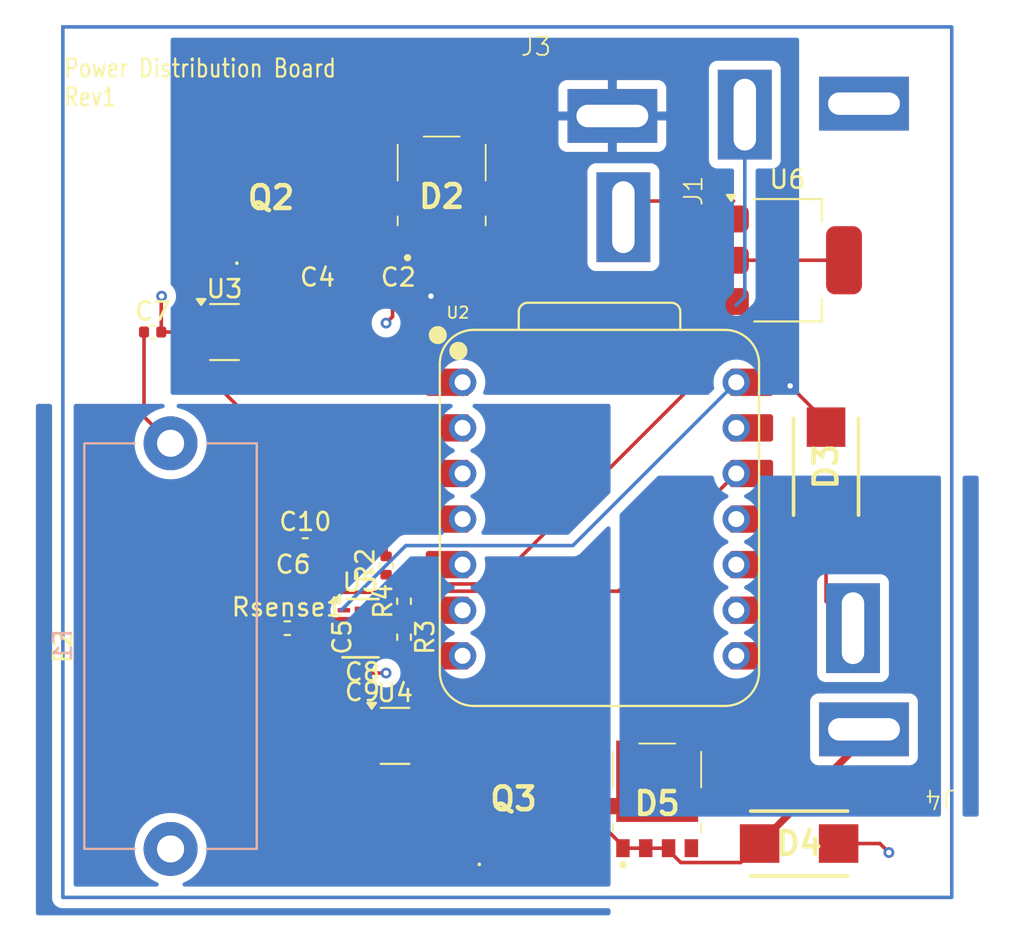
<source format=kicad_pcb>
(kicad_pcb (version 20240108) (generator "pcbnew") (generator_version "8.0")
  (layers (0 "F.Cu" signal) (1 "In1.Cu" signal) (2 "In2.Cu" signal) (31 "B.Cu" signal) (34 "B.Paste" user) (35 "F.Paste" user) (36 "B.SilkS" user "B.Silkscreen") (37 "F.SilkS" user "F.Silkscreen") (38 "B.Mask" user) (39 "F.Mask" user) (44 "Edge.Cuts" user))
  (net 0 "")
  (net 1 "Battery1")
  (net 2 "Net-(Q2-G)")
  (net 3 "Battery2")
  (net 4 "GND")
  (net 9 "Net-(J1-Pin_1)")
  (net 10 "Net-(U5-CFN)")
  (net 14 "Net-(U5-CFP)")
  (net 15 "3V3 ESP32")
  (net 16 "5 LinReg")
  (net 17 "Net-(U5-V_{REG})")
  (net 18 "Net-(U5-SENSEP)")
  (net 19 "Net-(U2-GPIO3{slash}A1{slash}D1)")
  (net 20 "Net-(U5-SENSEN)")
  (net 22 "Net-(U3-EN)")
  (net 23 "Net-(C7-Pad1)")
  (net 24 "Net-(U4-EN)")
  (net 26 "Battery2_Supply")
  (net 27 "Battery1_Supply")
  (net 34 "Net-(Q3-G)")
  (net 36 "SDA")
  (net 37 "SCL")
  (footprint "21xt_footprints:NRVTS10100EMFST1G" (layer "F.Cu") (at 123.19 95.45825)
    (property "Reference" "D2" (at 1.905 -2.509 0) (layer "F.SilkS") (effects (font (size 1.27 1.27) (thickness 0.254))))
    (property "Value" "NRVB10100MFST1G" (hide yes))
    (fp_line (start -0.545 -5.4) (end -0.545 -3.4) (stroke (width 0.1)) (layer "F.SilkS"))
    (fp_line (start -0.545 -1.4) (end -0.545 -0.9) (stroke (width 0.1)) (layer "F.SilkS"))
    (fp_line (start -0.095 0.9) (end -0.095 0.9) (stroke (width 0.2)) (layer "F.SilkS"))
    (fp_line (start 0.105 0.9) (end 0.105 0.9) (stroke (width 0.2)) (layer "F.SilkS"))
    (fp_line (start 0.905 -5.85) (end 2.905 -5.85) (stroke (width 0.1)) (layer "F.SilkS"))
    (fp_line (start 4.355 -5.4) (end 4.355 -3.4) (stroke (width 0.1)) (layer "F.SilkS"))
    (fp_line (start 4.355 -1.4) (end 4.355 -0.9) (stroke (width 0.1)) (layer "F.SilkS"))
    (fp_arc (start -0.095 0.9) (mid 0.005 0.8) (end 0.105 0.9) (stroke (width 0.2)) (layer "F.SilkS"))
    (fp_arc (start 0.105 0.9) (mid 0.005 1) (end -0.095 0.9) (stroke (width 0.2)) (layer "F.SilkS"))
    (pad "1" smd rect (at 0 -0.021) (size 0.75 1) (layers "F.Cu" "F.Paste" "F.Mask") (net 3 "Battery2"))
    (pad "2" smd rect (at 1.27 -0.021) (size 0.75 1) (layers "F.Cu" "F.Paste" "F.Mask") (net 3 "Battery2"))
    (pad "3" smd rect (at 2.54 -0.021) (size 0.75 1) (layers "F.Cu" "F.Paste" "F.Mask") (net 3 "Battery2"))
    (pad "4" smd rect (at 3.81 -0.021) (size 0.75 1) (layers "F.Cu" "F.Paste" "F.Mask"))
    (pad "5" smd rect (at 3.81 -5.779 90) (size 0.475 0.75) (layers "F.Cu" "F.Paste" "F.Mask") (net 26 "Battery2_Supply"))
    (pad "6" smd rect (at 0 -5.779 90) (size 0.475 0.75) (layers "F.Cu" "F.Paste" "F.Mask") (net 26 "Battery2_Supply"))
    (pad "7" smd rect (at 1.905 -4.179 90) (size 2.73 4.56) (layers "F.Cu" "F.Paste" "F.Mask") (net 26 "Battery2_Supply"))
    (pad "8" smd rect (at 1.905 -2.364 90) (size 0.91 5.55) (layers "F.Cu" "F.Paste" "F.Mask") (net 26 "Battery2_Supply"))
    (pad "9" smd rect (at 1.905 -1.699 90) (size 0.43 4.56) (layers "F.Cu" "F.Paste" "F.Mask") (net 26 "Battery2_Supply"))
  )
  (footprint "Package_TO_SOT_SMD:SOT-23-6" (layer "F.Cu") (at 122.5 123)
    (property "Reference" "U4" (at 0 -2.4 0) (layer "F.SilkS"))
    (property "Value" "LM74700")
    (fp_line (start 0 -1.56) (end -0.8 -1.56) (stroke (width 0.12)) (layer "F.SilkS"))
    (fp_line (start 0 -1.56) (end 0.8 -1.56) (stroke (width 0.12)) (layer "F.SilkS"))
    (fp_line (start 0 1.56) (end -0.8 1.56) (stroke (width 0.12)) (layer "F.SilkS"))
    (fp_line (start 0 1.56) (end 0.8 1.56) (stroke (width 0.12)) (layer "F.SilkS"))
    (fp_poly (pts (xy -1.3 -1.51) (xy -1.54 -1.84) (xy -1.06 -1.84) (xy -1.3 -1.51)) (stroke (width 0.12)) (fill solid) (layer "F.SilkS"))
    (pad "1" smd roundrect (at -1.1375 -0.95) (size 1.325 0.6) (layers "F.Cu" "F.Paste" "F.Mask") (net 24 "Net-(U4-EN)"))
    (pad "2" smd roundrect (at -1.1375 0) (size 1.325 0.6) (layers "F.Cu" "F.Paste" "F.Mask") (net 4 "GND"))
    (pad "3" smd roundrect (at -1.1375 0.95) (size 1.325 0.6) (layers "F.Cu" "F.Paste" "F.Mask") (net 24 "Net-(U4-EN)"))
    (pad "4" smd roundrect (at 1.1375 0.95) (size 1.325 0.6) (layers "F.Cu" "F.Paste" "F.Mask") (net 27 "Battery1_Supply"))
    (pad "5" smd roundrect (at 1.1375 0) (size 1.325 0.6) (layers "F.Cu" "F.Paste" "F.Mask") (net 34 "Net-(Q3-G)"))
    (pad "6" smd roundrect (at 1.1375 -0.95) (size 1.325 0.6) (layers "F.Cu" "F.Paste" "F.Mask") (net 1 "Battery1"))
  )
  (footprint "Package_TO_SOT_SMD:SOT-23-6" (layer "F.Cu") (at 113 100.5)
    (property "Reference" "U3" (at 0 -2.4 0) (layer "F.SilkS"))
    (property "Value" "LM74700")
    (fp_line (start 0 -1.56) (end -0.8 -1.56) (stroke (width 0.12)) (layer "F.SilkS"))
    (fp_line (start 0 -1.56) (end 0.8 -1.56) (stroke (width 0.12)) (layer "F.SilkS"))
    (fp_line (start 0 1.56) (end -0.8 1.56) (stroke (width 0.12)) (layer "F.SilkS"))
    (fp_line (start 0 1.56) (end 0.8 1.56) (stroke (width 0.12)) (layer "F.SilkS"))
    (fp_poly (pts (xy -1.3 -1.51) (xy -1.54 -1.84) (xy -1.06 -1.84) (xy -1.3 -1.51)) (stroke (width 0.12)) (fill solid) (layer "F.SilkS"))
    (pad "1" smd roundrect (at -1.1375 -0.95) (size 1.325 0.6) (layers "F.Cu" "F.Paste" "F.Mask") (net 22 "Net-(U3-EN)"))
    (pad "2" smd roundrect (at -1.1375 0) (size 1.325 0.6) (layers "F.Cu" "F.Paste" "F.Mask") (net 4 "GND"))
    (pad "3" smd roundrect (at -1.1375 0.95) (size 1.325 0.6) (layers "F.Cu" "F.Paste" "F.Mask") (net 22 "Net-(U3-EN)"))
    (pad "4" smd roundrect (at 1.1375 0.95) (size 1.325 0.6) (layers "F.Cu" "F.Paste" "F.Mask") (net 26 "Battery2_Supply"))
    (pad "5" smd roundrect (at 1.1375 0) (size 1.325 0.6) (layers "F.Cu" "F.Paste" "F.Mask") (net 2 "Net-(Q2-G)"))
    (pad "6" smd roundrect (at 1.1375 -0.95) (size 1.325 0.6) (layers "F.Cu" "F.Paste" "F.Mask") (net 3 "Battery2"))
  )
  (footprint "Capacitor_SMD:C_0201_0603Metric" (layer "F.Cu") (at 122.68 98.5)
    (property "Reference" "C2" (at 0 -1.05 0) (layer "F.SilkS"))
    (property "Value" "10 uF")
    (pad "1" smd roundrect (at -0.32 0) (size 0.46 0.4) (layers "F.Cu" "F.Mask") (net 4 "GND"))
    (pad "2" smd roundrect (at 0.32 0) (size 0.46 0.4) (layers "F.Cu" "F.Mask") (net 3 "Battery2"))
  )
  (footprint "Capacitor_SMD:C_0201_0603Metric" (layer "F.Cu") (at 120.68 120.5)
    (property "Reference" "C8" (at 0 -1.05 0) (layer "F.SilkS"))
    (property "Value" "10 uF")
    (pad "1" smd roundrect (at -0.32 0) (size 0.46 0.4) (layers "F.Cu" "F.Mask") (net 24 "Net-(U4-EN)"))
    (pad "2" smd roundrect (at 0.32 0) (size 0.46 0.4) (layers "F.Cu" "F.Mask") (net 1 "Battery1"))
  )
  (footprint "Resistor_SMD:R_0402_1005Metric" (layer "F.Cu") (at 116.5 117)
    (property "Reference" "Rsense1" (at 0 -1.17 0) (layer "F.SilkS"))
    (property "Value" "50 mOhms")
    (fp_line (start -0.153641 -0.38) (end 0.153641 -0.38) (stroke (width 0.12)) (layer "F.SilkS"))
    (fp_line (start -0.153641 0.38) (end 0.153641 0.38) (stroke (width 0.12)) (layer "F.SilkS"))
    (pad "1" smd roundrect (at -0.51 0) (size 0.54 0.64) (layers "F.Cu" "F.Paste" "F.Mask") (net 9 "Net-(J1-Pin_1)"))
    (pad "2" smd roundrect (at 0.51 0) (size 0.54 0.64) (layers "F.Cu" "F.Paste" "F.Mask") (net 18 "Net-(U5-SENSEP)"))
  )
  (footprint "Capacitor_SMD:C_0201_0603Metric" (layer "F.Cu") (at 118.18 98.5)
    (property "Reference" "C4" (at 0 -1.05 0) (layer "F.SilkS"))
    (property "Value" "10 uF")
    (pad "1" smd roundrect (at -0.32 0) (size 0.46 0.4) (layers "F.Cu" "F.Mask") (net 22 "Net-(U3-EN)"))
    (pad "2" smd roundrect (at 0.32 0) (size 0.46 0.4) (layers "F.Cu" "F.Mask") (net 3 "Battery2"))
  )
  (footprint "Capacitor_SMD:C_0402_1005Metric" (layer "F.Cu") (at 109 100.5)
    (property "Reference" "C7" (at 0 -1.16 0) (layer "F.SilkS"))
    (property "Value" "10uF")
    (fp_line (start -0.107836 -0.36) (end 0.107836 -0.36) (stroke (width 0.12)) (layer "F.SilkS"))
    (fp_line (start -0.107836 0.36) (end 0.107836 0.36) (stroke (width 0.12)) (layer "F.SilkS"))
    (pad "1" smd roundrect (at -0.48 0) (size 0.56 0.62) (layers "F.Cu" "F.Paste" "F.Mask") (net 23 "Net-(C7-Pad1)"))
    (pad "2" smd roundrect (at 0.48 0) (size 0.56 0.62) (layers "F.Cu" "F.Paste" "F.Mask") (net 4 "GND"))
  )
  (footprint "21xt_footprints:Deans Connector Male" (layer "F.Cu") (at 130.35 85.1)
    (property "Reference" "J3" (at 0 -0.5 0) (layer "F.SilkS") (effects (font (thickness 0.1))))
    (property "Value" "Conn_01x02")
    (pad "1" thru_hole rect (at 4.25 3.3625 180) (size 5 3) (drill oval 4 1.25) (layers "*.Cu" "*.Mask") (net 3 "Battery2"))
    (pad "2" thru_hole rect (at 4.8625 9 270) (size 5 3) (drill oval 4 1.25) (layers "*.Cu" "*.Mask") (net 4 "GND"))
  )
  (footprint "21xt_footprints:Deans Connector Male" (layer "F.Cu") (at 152.8625 126 180)
    (property "Reference" "J4" (at 0 -0.5 180) (layer "F.SilkS") (effects (font (thickness 0.1))))
    (property "Value" "Conn_01x02")
    (pad "1" thru_hole rect (at 4.25 3.3625) (size 5 3) (drill oval 4 1.25) (layers "*.Cu" "*.Mask") (net 1 "Battery1"))
    (pad "2" thru_hole rect (at 4.8625 9 90) (size 5 3) (drill oval 4 1.25) (layers "*.Cu" "*.Mask") (net 4 "GND"))
  )
  (footprint "21xt_footprints:NRVTS10100EMFST1G" (layer "F.Cu") (at 135.19 129.279)
    (property "Reference" "D5" (at 1.905 -2.509 0) (layer "F.SilkS") (effects (font (size 1.27 1.27) (thickness 0.254))))
    (property "Value" "NRVB10100MFST1G" (hide yes))
    (fp_line (start -0.545 -5.4) (end -0.545 -3.4) (stroke (width 0.1)) (layer "F.SilkS"))
    (fp_line (start -0.545 -1.4) (end -0.545 -0.9) (stroke (width 0.1)) (layer "F.SilkS"))
    (fp_line (start -0.095 0.9) (end -0.095 0.9) (stroke (width 0.2)) (layer "F.SilkS"))
    (fp_line (start 0.105 0.9) (end 0.105 0.9) (stroke (width 0.2)) (layer "F.SilkS"))
    (fp_line (start 0.905 -5.85) (end 2.905 -5.85) (stroke (width 0.1)) (layer "F.SilkS"))
    (fp_line (start 4.355 -5.4) (end 4.355 -3.4) (stroke (width 0.1)) (layer "F.SilkS"))
    (fp_line (start 4.355 -1.4) (end 4.355 -0.9) (stroke (width 0.1)) (layer "F.SilkS"))
    (fp_arc (start -0.095 0.9) (mid 0.005 0.8) (end 0.105 0.9) (stroke (width 0.2)) (layer "F.SilkS"))
    (fp_arc (start 0.105 0.9) (mid 0.005 1) (end -0.095 0.9) (stroke (width 0.2)) (layer "F.SilkS"))
    (pad "1" smd rect (at 0 -0.021) (size 0.75 1) (layers "F.Cu" "F.Paste" "F.Mask") (net 1 "Battery1"))
    (pad "2" smd rect (at 1.27 -0.021) (size 0.75 1) (layers "F.Cu" "F.Paste" "F.Mask") (net 1 "Battery1"))
    (pad "3" smd rect (at 2.54 -0.021) (size 0.75 1) (layers "F.Cu" "F.Paste" "F.Mask") (net 1 "Battery1"))
    (pad "4" smd rect (at 3.81 -0.021) (size 0.75 1) (layers "F.Cu" "F.Paste" "F.Mask"))
    (pad "5" smd rect (at 3.81 -5.779 90) (size 0.475 0.75) (layers "F.Cu" "F.Paste" "F.Mask") (net 27 "Battery1_Supply"))
    (pad "6" smd rect (at 0 -5.779 90) (size 0.475 0.75) (layers "F.Cu" "F.Paste" "F.Mask") (net 27 "Battery1_Supply"))
    (pad "7" smd rect (at 1.905 -4.179 90) (size 2.73 4.56) (layers "F.Cu" "F.Paste" "F.Mask") (net 27 "Battery1_Supply"))
    (pad "8" smd rect (at 1.905 -2.364 90) (size 0.91 5.55) (layers "F.Cu" "F.Paste" "F.Mask") (net 27 "Battery1_Supply"))
    (pad "9" smd rect (at 1.905 -1.699 90) (size 0.43 4.56) (layers "F.Cu" "F.Paste" "F.Mask") (net 27 "Battery1_Supply"))
  )
  (footprint "Package_TO_SOT_SMD:SOT-223-3_TabPin2" (layer "F.Cu") (at 144.35 96.5)
    (property "Reference" "U6" (at 0 -4.5 0) (layer "F.SilkS"))
    (property "Value" "TLV76150DCY")
    (fp_line (start -1.85 -3.41) (end 1.91 -3.41) (stroke (width 0.12)) (layer "F.SilkS"))
    (fp_line (start -1.85 3.41) (end 1.91 3.41) (stroke (width 0.12)) (layer "F.SilkS"))
    (fp_line (start 1.91 -3.41) (end 1.91 -2.15) (stroke (width 0.12)) (layer "F.SilkS"))
    (fp_line (start 1.91 3.41) (end 1.91 2.15) (stroke (width 0.12)) (layer "F.SilkS"))
    (fp_poly (pts (xy -3.13 -3.31) (xy -3.37 -3.64) (xy -2.89 -3.64) (xy -3.13 -3.31)) (stroke (width 0.12)) (fill solid) (layer "F.SilkS"))
    (pad "1" smd roundrect (at -3.15 -2.3) (size 2 1.5) (layers "F.Cu" "F.Paste" "F.Mask") (net 4 "GND"))
    (pad "2" smd roundrect (at -3.15 0) (size 2 1.5) (layers "F.Cu" "F.Paste" "F.Mask") (net 16 "5 LinReg"))
    (pad "2" smd roundrect (at 3.15 0) (size 2 3.8) (layers "F.Cu" "F.Paste" "F.Mask") (net 16 "5 LinReg"))
    (pad "3" smd roundrect (at -3.15 2.3) (size 2 1.5) (layers "F.Cu" "F.Paste" "F.Mask") (net 9 "Net-(J1-Pin_1)"))
  )
  (footprint "Resistor_SMD:R_0402_1005Metric" (layer "F.Cu") (at 123 117.5 -90)
    (property "Reference" "R3" (at 0 -1.17 90) (layer "F.SilkS"))
    (property "Value" "2k")
    (fp_line (start -0.153641 0.38) (end 0.153641 0.38) (stroke (width 0.12)) (layer "F.SilkS"))
    (fp_line (start -0.153641 -0.38) (end 0.153641 -0.38) (stroke (width 0.12)) (layer "F.SilkS"))
    (pad "1" smd roundrect (at -0.51 0 270) (size 0.54 0.64) (layers "F.Cu" "F.Paste" "F.Mask") (net 15 "3V3 ESP32"))
    (pad "2" smd roundrect (at 0.51 0 270) (size 0.54 0.64) (layers "F.Cu" "F.Paste" "F.Mask") (net 36 "SDA"))
  )
  (footprint "21xt_footprints:Deans Connector Female" (layer "F.Cu") (at 139.6125 92.6375 90)
    (property "Reference" "J1" (at 0 -0.5 90) (layer "F.SilkS") (effects (font (thickness 0.1))))
    (property "Value" "Conn_01x02")
    (pad "1" thru_hole rect (at 4.25 2.3625 90) (size 5 3) (drill oval 4 1.25) (layers "*.Cu" "*.Mask") (net 9 "Net-(J1-Pin_1)"))
    (pad "2" thru_hole rect (at 4.8625 9 180) (size 5 3) (drill oval 4 1.25) (layers "*.Cu" "*.Mask") (net 4 "GND"))
  )
  (footprint "Package_DFN_QFN:DFN-10-1EP_2x3mm_P0.5mm_EP0.64x2.4mm" (layer "F.Cu") (at 120.575 117)
    (property "Reference" "U5" (at 0 -2.55 0) (layer "F.SilkS"))
    (property "Value" "LTC2959")
    (fp_line (start -1 1.625) (end 1 1.625) (stroke (width 0.15)) (layer "F.SilkS"))
    (fp_line (start -0.77 -1.625) (end 1 -1.625) (stroke (width 0.15)) (layer "F.SilkS"))
    (fp_poly (pts (xy -1.16 -1.39) (xy -1.64 -1.39) (xy -1.16 -1.87) (xy -1.16 -1.39)) (stroke (width 0.12)) (fill solid) (layer "F.SilkS"))
    (pad "1" smd roundrect (at -0.925 -1) (size 0.7 0.25) (layers "F.Cu" "F.Paste" "F.Mask") (net 16 "5 LinReg"))
    (pad "2" smd roundrect (at -0.925 -0.5) (size 0.7 0.25) (layers "F.Cu" "F.Paste" "F.Mask") (net 18 "Net-(U5-SENSEP)"))
    (pad "3" smd roundrect (at -0.925 0) (size 0.7 0.25) (layers "F.Cu" "F.Paste" "F.Mask") (net 14 "Net-(U5-CFP)"))
    (pad "4" smd roundrect (at -0.925 0.5) (size 0.7 0.25) (layers "F.Cu" "F.Paste" "F.Mask") (net 10 "Net-(U5-CFN)"))
    (pad "5" smd roundrect (at -0.925 1) (size 0.7 0.25) (layers "F.Cu" "F.Paste" "F.Mask") (net 20 "Net-(U5-SENSEN)"))
    (pad "6" smd roundrect (at 0.925 1) (size 0.7 0.25) (layers "F.Cu" "F.Paste" "F.Mask") (net 37 "SCL"))
    (pad "7" smd roundrect (at 0.925 0.5) (size 0.7 0.25) (layers "F.Cu" "F.Paste" "F.Mask") (net 36 "SDA"))
    (pad "8" smd roundrect (at 0.925 0) (size 0.7 0.25) (layers "F.Cu" "F.Paste" "F.Mask") (net 15 "3V3 ESP32"))
    (pad "9" smd roundrect (at 0.925 -0.5) (size 0.7 0.25) (layers "F.Cu" "F.Paste" "F.Mask") (net 17 "Net-(U5-V_{REG})"))
    (pad "10" smd roundrect (at 0.925 -1) (size 0.7 0.25) (layers "F.Cu" "F.Paste" "F.Mask") (net 4 "GND"))
    (pad "11" smd rect (at 0 0) (size 0.64 2.4) (layers "F.Cu" "F.Mask"))
  )
  (footprint "21xt_footprints:NTMFWS1D5N08XT1G" (layer "F.Cu") (at 129.095 126.51)
    (property "Reference" "Q3" (at 0 0.001 0) (layer "F.SilkS") (effects (font (size 1.27 1.27) (thickness 0.254))))
    (property "Value" "NVMFWS2D1N08XT1G" (hide yes))
    (fp_line (start -1.905 3.6) (end -1.905 3.6) (stroke (width 0.1)) (layer "F.SilkS"))
    (fp_line (start -1.905 3.7) (end -1.905 3.7) (stroke (width 0.1)) (layer "F.SilkS"))
    (fp_arc (start -1.905 3.6) (mid -1.855 3.65) (end -1.905 3.7) (stroke (width 0.1)) (layer "F.SilkS"))
    (fp_arc (start -1.905 3.7) (mid -1.955 3.65) (end -1.905 3.6) (stroke (width 0.1)) (layer "F.SilkS"))
    (pad "1" smd rect (at -1.905 2.748) (size 0.75 1) (layers "F.Cu" "F.Paste" "F.Mask"))
    (pad "2" smd rect (at -0.635 2.748) (size 0.75 1) (layers "F.Cu" "F.Paste" "F.Mask"))
    (pad "3" smd rect (at 0.635 2.748) (size 0.75 1) (layers "F.Cu" "F.Paste" "F.Mask"))
    (pad "4" smd rect (at 1.905 2.748) (size 0.75 1) (layers "F.Cu" "F.Paste" "F.Mask") (net 34 "Net-(Q3-G)"))
    (pad "5" smd rect (at 0 -0.745 90) (size 4.055 4.56) (layers "F.Cu" "F.Paste" "F.Mask") (net 27 "Battery1_Supply"))
    (pad "6" smd rect (at -1.905 -3.01 90) (size 0.475 0.75) (layers "F.Cu" "F.Paste" "F.Mask") (net 27 "Battery1_Supply"))
    (pad "7" smd rect (at -2.527 0.405) (size 0.495 0.905) (layers "F.Cu" "F.Paste" "F.Mask") (net 27 "Battery1_Supply"))
    (pad "8" smd rect (at 2.527 0.405) (size 0.495 0.905) (layers "F.Cu" "F.Paste" "F.Mask") (net 27 "Battery1_Supply"))
    (pad "9" smd rect (at 1.905 -3.01 90) (size 0.475 0.75) (layers "F.Cu" "F.Paste" "F.Mask") (net 27 "Battery1_Supply"))
  )
  (footprint "21xt_footprints:SMBJ33CA" (layer "F.Cu") (at 146.5 108 90)
    (property "Reference" "D3" (at 0 0 90) (layer "F.SilkS") (effects (font (size 1.27 1.27) (thickness 0.254))))
    (property "Value" "SMBJ33CA" (hide yes))
    (fp_line (start 2.7 -1.81) (end -2.7 -1.81) (stroke (width 0.2)) (layer "F.SilkS"))
    (fp_line (start -2.7 1.81) (end 2.7 1.81) (stroke (width 0.2)) (layer "F.SilkS"))
    (pad "1" smd rect (at -2.2 0 180) (size 2.15 2.2) (layers "F.Cu" "F.Paste" "F.Mask") (net 4 "GND"))
    (pad "2" smd rect (at 2.2 0 180) (size 2.15 2.2) (layers "F.Cu" "F.Paste" "F.Mask") (net 3 "Battery2"))
  )
  (footprint "Capacitor_SMD:C_0201_0603Metric" (layer "F.Cu") (at 120.68 119.5 180)
    (property "Reference" "C9" (at 0 -1.05 360) (layer "F.SilkS"))
    (property "Value" "10 uF")
    (pad "1" smd roundrect (at -0.32 0 180) (size 0.46 0.4) (layers "F.Cu" "F.Mask") (net 4 "GND"))
    (pad "2" smd roundrect (at 0.32 0 180) (size 0.46 0.4) (layers "F.Cu" "F.Mask") (net 1 "Battery1"))
  )
  (footprint "21xt_footprints:NTMFWS1D5N08XT1G" (layer "F.Cu") (at 115.595 93.01)
    (property "Reference" "Q2" (at 0 0.001 0) (layer "F.SilkS") (effects (font (size 1.27 1.27) (thickness 0.254))))
    (property "Value" "NVMFWS2D1N08XT1G" (hide yes))
    (fp_line (start -1.905 3.6) (end -1.905 3.6) (stroke (width 0.1)) (layer "F.SilkS"))
    (fp_line (start -1.905 3.7) (end -1.905 3.7) (stroke (width 0.1)) (layer "F.SilkS"))
    (fp_arc (start -1.905 3.6) (mid -1.855 3.65) (end -1.905 3.7) (stroke (width 0.1)) (layer "F.SilkS"))
    (fp_arc (start -1.905 3.7) (mid -1.955 3.65) (end -1.905 3.6) (stroke (width 0.1)) (layer "F.SilkS"))
    (pad "1" smd rect (at -1.905 2.748) (size 0.75 1) (layers "F.Cu" "F.Paste" "F.Mask"))
    (pad "2" smd rect (at -0.635 2.748) (size 0.75 1) (layers "F.Cu" "F.Paste" "F.Mask"))
    (pad "3" smd rect (at 0.635 2.748) (size 0.75 1) (layers "F.Cu" "F.Paste" "F.Mask"))
    (pad "4" smd rect (at 1.905 2.748) (size 0.75 1) (layers "F.Cu" "F.Paste" "F.Mask") (net 2 "Net-(Q2-G)"))
    (pad "5" smd rect (at 0 -0.745 90) (size 4.055 4.56) (layers "F.Cu" "F.Paste" "F.Mask") (net 26 "Battery2_Supply"))
    (pad "6" smd rect (at -1.905 -3.01 90) (size 0.475 0.75) (layers "F.Cu" "F.Paste" "F.Mask") (net 26 "Battery2_Supply"))
    (pad "7" smd rect (at -2.527 0.405) (size 0.495 0.905) (layers "F.Cu" "F.Paste" "F.Mask") (net 26 "Battery2_Supply"))
    (pad "8" smd rect (at 2.527 0.405) (size 0.495 0.905) (layers "F.Cu" "F.Paste" "F.Mask") (net 26 "Battery2_Supply"))
    (pad "9" smd rect (at 1.905 -3.01 90) (size 0.475 0.75) (layers "F.Cu" "F.Paste" "F.Mask") (net 26 "Battery2_Supply"))
  )
  (footprint "Resistor_SMD:R_0402_1005Metric" (layer "F.Cu") (at 122 113.51 90)
    (property "Reference" "R2" (at 0 -1.17 90) (layer "F.SilkS"))
    (property "Value" "2k")
    (fp_line (start -0.153641 -0.38) (end 0.153641 -0.38) (stroke (width 0.12)) (layer "F.SilkS"))
    (fp_line (start -0.153641 0.38) (end 0.153641 0.38) (stroke (width 0.12)) (layer "F.SilkS"))
    (pad "1" smd roundrect (at -0.51 0 90) (size 0.54 0.64) (layers "F.Cu" "F.Paste" "F.Mask") (net 15 "3V3 ESP32"))
    (pad "2" smd roundrect (at 0.51 0 90) (size 0.54 0.64) (layers "F.Cu" "F.Paste" "F.Mask") (net 19 "Net-(U2-GPIO3{slash}A1{slash}D1)"))
  )
  (footprint "Resistor_SMD:R_0402_1005Metric" (layer "F.Cu") (at 123 115.5 90)
    (property "Reference" "R4" (at 0 -1.17 90) (layer "F.SilkS"))
    (property "Value" "2k")
    (fp_line (start -0.153641 -0.38) (end 0.153641 -0.38) (stroke (width 0.12)) (layer "F.SilkS"))
    (fp_line (start -0.153641 0.38) (end 0.153641 0.38) (stroke (width 0.12)) (layer "F.SilkS"))
    (pad "1" smd roundrect (at -0.51 0 90) (size 0.54 0.64) (layers "F.Cu" "F.Paste" "F.Mask") (net 15 "3V3 ESP32"))
    (pad "2" smd roundrect (at 0.51 0 90) (size 0.54 0.64) (layers "F.Cu" "F.Paste" "F.Mask") (net 37 "SCL"))
  )
  (footprint "ESP32C:XIAO-ESP32C3-DIP" (layer "F.Cu") (at 134 110.92)
    (property "Reference" "U2" (at -8 -11.5 0) (layer "F.SilkS") (effects (font (size 0.635 0.635) (thickness 0.1016))))
    (property "Value" "XIAO-ESP32-C3-DIP")
    (fp_line (start -9.01 8.509) (end -9.01 -8.636) (stroke (width 0.127)) (layer "F.SilkS"))
    (fp_line (start -7.105 10.414) (end 6.865 10.414) (stroke (width 0.127)) (layer "F.SilkS"))
    (fp_line (start -4.615 -10.541) (end -4.611272 -11.551272) (stroke (width 0.127)) (layer "F.SilkS"))
    (fp_line (start -4.111272 -12.051) (end 3.884 -12.051) (stroke (width 0.127)) (layer "F.SilkS"))
    (fp_line (start 4.384 -11.551) (end 4.384 -10.541) (stroke (width 0.127)) (layer "F.SilkS"))
    (fp_line (start 6.865 -10.541) (end -7.105 -10.541) (stroke (width 0.1)) (layer "F.SilkS"))
    (fp_line (start 6.865 -10.541) (end -7.105 -10.541) (stroke (width 0.127)) (layer "F.SilkS"))
    (fp_line (start 8.77 8.509) (end 8.77 -8.636) (stroke (width 0.127)) (layer "F.SilkS"))
    (fp_arc (start -9.01 -8.636) (mid -8.452038 -9.983038) (end -7.105 -10.541) (stroke (width 0.127)) (layer "F.SilkS"))
    (fp_arc (start -7.105 10.414) (mid -8.452038 9.856038) (end -9.01 8.509) (stroke (width 0.127)) (layer "F.SilkS"))
    (fp_arc (start -4.611272 -11.551272) (mid -4.464724 -11.904644) (end -4.111272 -12.051) (stroke (width 0.127)) (layer "F.SilkS"))
    (fp_arc (start 3.884 -12.051) (mid 4.237553 -11.904553) (end 4.384 -11.551) (stroke (width 0.127)) (layer "F.SilkS"))
    (fp_arc (start 6.865 -10.541) (mid 8.212038 -9.983038) (end 8.77 -8.636) (stroke (width 0.127)) (layer "F.SilkS"))
    (fp_arc (start 8.77 8.509) (mid 8.212038 9.856038) (end 6.865 10.414) (stroke (width 0.127)) (layer "F.SilkS"))
    (fp_circle (center -9.12 -10.25) (end -9.12 -10.504) (stroke (width 0.5)) (fill solid) (layer "F.SilkS"))
    (fp_circle (center -7.977 -9.37) (end -7.977 -9.624) (stroke (width 0.5)) (fill solid) (layer "F.SilkS"))
    (pad "1" smd roundrect (at -8.575 -7.62 180) (size 2.432 1.524) (layers "F.Cu" "F.Mask") (roundrect_rratio 0.1))
    (pad "1" thru_hole circle (at -7.74 -7.62 180) (size 1.524 1.524) (drill 0.889) (layers "*.Cu" "*.Mask"))
    (pad "2" smd roundrect (at -8.575 -5.08 180) (size 2.432 1.524) (layers "F.Cu" "F.Mask") (roundrect_rratio 0.1) (net 19 "Net-(U2-GPIO3{slash}A1{slash}D1)"))
    (pad "2" thru_hole circle (at -7.74 -5.08 180) (size 1.524 1.524) (drill 0.889) (layers "*.Cu" "*.Mask") (net 19 "Net-(U2-GPIO3{slash}A1{slash}D1)"))
    (pad "3" smd roundrect (at -8.575 -2.54 180) (size 2.432 1.524) (layers "F.Cu" "F.Mask") (roundrect_rratio 0.1))
    (pad "3" thru_hole circle (at -7.74 -2.54 180) (size 1.524 1.524) (drill 0.889) (layers "*.Cu" "*.Mask"))
    (pad "4" smd roundrect (at -8.575 0 180) (size 2.432 1.524) (layers "F.Cu" "F.Mask") (roundrect_rratio 0.1))
    (pad "4" thru_hole circle (at -7.74 0 180) (size 1.524 1.524) (drill 0.889) (layers "*.Cu" "*.Mask"))
    (pad "5" smd roundrect (at -8.575 2.54 180) (size 2.432 1.524) (layers "F.Cu" "F.Mask") (roundrect_rratio 0.1) (net 36 "SDA"))
    (pad "5" thru_hole circle (at -7.74 2.54 180) (size 1.524 1.524) (drill 0.889) (layers "*.Cu" "*.Mask") (net 36 "SDA"))
    (pad "6" smd roundrect (at -8.575 5.08 180) (size 2.432 1.524) (layers "F.Cu" "F.Mask") (roundrect_rratio 0.1) (net 37 "SCL"))
    (pad "6" thru_hole circle (at -7.74 5.08 180) (size 1.524 1.524) (drill 0.889) (layers "*.Cu" "*.Mask") (net 37 "SCL"))
    (pad "7" smd roundrect (at -8.575 7.62 180) (size 2.432 1.524) (layers "F.Cu" "F.Mask") (roundrect_rratio 0.1))
    (pad "7" thru_hole circle (at -7.74 7.62 180) (size 1.524 1.524) (drill 0.889) (layers "*.Cu" "*.Mask"))
    (pad "8" thru_hole circle (at 7.5 7.62) (size 1.524 1.524) (drill 0.889) (layers "*.Cu" "*.Mask"))
    (pad "8" smd roundrect (at 8.335 7.62) (size 2.432 1.524) (layers "F.Cu" "F.Mask") (roundrect_rratio 0.1))
    (pad "9" thru_hole circle (at 7.5 5.08) (size 1.524 1.524) (drill 0.889) (layers "*.Cu" "*.Mask"))
    (pad "9" smd roundrect (at 8.335 5.08) (size 2.432 1.524) (layers "F.Cu" "F.Mask") (roundrect_rratio 0.1))
    (pad "10" thru_hole circle (at 7.5 2.54) (size 1.524 1.524) (drill 0.889) (layers "*.Cu" "*.Mask"))
    (pad "10" smd roundrect (at 8.335 2.54) (size 2.432 1.524) (layers "F.Cu" "F.Mask") (roundrect_rratio 0.1))
    (pad "11" thru_hole circle (at 7.5 0) (size 1.524 1.524) (drill 0.889) (layers "*.Cu" "*.Mask"))
    (pad "11" smd roundrect (at 8.335 0) (size 2.432 1.524) (layers "F.Cu" "F.Mask") (roundrect_rratio 0.1))
    (pad "12" thru_hole circle (at 7.5 -2.54) (size 1.524 1.524) (drill 0.889) (layers "*.Cu" "*.Mask") (net 15 "3V3 ESP32"))
    (pad "12" smd roundrect (at 8.335 -2.54) (size 2.432 1.524) (layers "F.Cu" "F.Mask") (roundrect_rratio 0.1) (net 15 "3V3 ESP32"))
    (pad "13" thru_hole circle (at 7.5 -5.08) (size 1.524 1.524) (drill 0.889) (layers "*.Cu" "*.Mask") (net 4 "GND"))
    (pad "13" smd roundrect (at 8.335 -5.08) (size 2.432 1.524) (layers "F.Cu" "F.Mask") (roundrect_rratio 0.1) (net 4 "GND"))
    (pad "14" thru_hole circle (at 7.5 -7.62) (size 1.524 1.524) (drill 0.889) (layers "*.Cu" "*.Mask") (net 16 "5 LinReg"))
    (pad "14" smd roundrect (at 8.335 -7.62) (size 2.432 1.524) (layers "F.Cu" "F.Mask") (roundrect_rratio 0.1) (net 16 "5 LinReg"))
  )
  (footprint "Capacitor_SMD:C_0201_0603Metric" (layer "F.Cu") (at 116.82 114.5)
    (property "Reference" "C6" (at 0 -1.05 0) (layer "F.SilkS"))
    (property "Value" "1 uF")
    (pad "1" smd roundrect (at -0.32 0) (size 0.46 0.4) (layers "F.Cu" "F.Mask") (net 17 "Net-(U5-V_{REG})"))
    (pad "2" smd roundrect (at 0.32 0) (size 0.46 0.4) (layers "F.Cu" "F.Mask") (net 4 "GND"))
  )
  (footprint "21xt_footprints:SMBJ33CA" (layer "F.Cu") (at 145 129 180)
    (property "Reference" "D4" (at 0 0 360) (layer "F.SilkS") (effects (font (size 1.27 1.27) (thickness 0.254))))
    (property "Value" "SMBJ33CA" (hide yes))
    (fp_line (start 2.7 -1.81) (end -2.7 -1.81) (stroke (width 0.2)) (layer "F.SilkS"))
    (fp_line (start -2.7 1.81) (end 2.7 1.81) (stroke (width 0.2)) (layer "F.SilkS"))
    (pad "1" smd rect (at -2.2 0 270) (size 2.15 2.2) (layers "F.Cu" "F.Paste" "F.Mask") (net 4 "GND"))
    (pad "2" smd rect (at 2.2 0 270) (size 2.15 2.2) (layers "F.Cu" "F.Paste" "F.Mask") (net 1 "Battery1"))
  )
  (footprint "Capacitor_SMD:C_0201_0603Metric" (layer "F.Cu") (at 118.5 117.5 -90)
    (property "Reference" "C5" (at 0 -1.05 90) (layer "F.SilkS"))
    (property "Value" "470 nF")
    (pad "1" smd roundrect (at -0.32 0 270) (size 0.46 0.4) (layers "F.Cu" "F.Mask") (net 14 "Net-(U5-CFP)"))
    (pad "2" smd roundrect (at 0.32 0 270) (size 0.46 0.4) (layers "F.Cu" "F.Mask") (net 10 "Net-(U5-CFN)"))
  )
  (footprint "Capacitor_SMD:C_0603_1608Metric" (layer "F.Cu") (at 117.5 112.5)
    (property "Reference" "C10" (at 0 -1.43 0) (layer "F.SilkS"))
    (property "Value" "100uF")
    (fp_line (start -0.14058 -0.51) (end 0.14058 -0.51) (stroke (width 0.12)) (layer "F.SilkS"))
    (fp_line (start -0.14058 0.51) (end 0.14058 0.51) (stroke (width 0.12)) (layer "F.SilkS"))
    (pad "1" smd roundrect (at -0.775 0) (size 0.9 0.95) (layers "F.Cu" "F.Paste" "F.Mask") (net 9 "Net-(J1-Pin_1)"))
    (pad "2" smd roundrect (at 0.775 0) (size 0.9 0.95) (layers "F.Cu" "F.Paste" "F.Mask") (net 4 "GND"))
  )
  (footprint "Fuse:Fuseholder_Cylinder-5x20mm_Stelvio-Kontek_PTF78_Horizontal_Open" (layer "F.Cu") (at 110 129.3 90)
    (property "Reference" "F2" (at 11.25 -6 90) (layer "F.SilkS"))
    (property "Value" "Fuse")
    (fp_line (start 0 -4.8) (end 22.6 -4.8) (stroke (width 0.12)) (layer "F.SilkS"))
    (fp_line (start 22.6 -2) (end 22.6 -4.8) (stroke (width 0.12)) (layer "F.SilkS"))
    (fp_line (start 0 -2) (end 0 -4.8) (stroke (width 0.12)) (layer "F.SilkS"))
    (fp_line (start 22.6 4.8) (end 22.6 2) (stroke (width 0.12)) (layer "F.SilkS"))
    (fp_line (start 0 4.8) (end 0 2) (stroke (width 0.12)) (layer "F.SilkS"))
    (fp_line (start 0 4.8) (end 22.6 4.8) (stroke (width 0.12)) (layer "F.SilkS"))
    (pad "1" thru_hole circle (at 0 0 90) (size 3 3) (drill 1.5) (layers "*.Cu" "*.Mask") (net 26 "Battery2_Supply"))
    (pad "2" thru_hole circle (at 22.6 0 90) (size 3 3) (drill 1.5) (layers "*.Cu" "*.Mask") (net 23 "Net-(C7-Pad1)"))
  )
  (footprint "Fuse:Fuseholder_Cylinder-5x20mm_Stelvio-Kontek_PTF78_Horizontal_Open" (layer "B.Cu") (at 110 106.7 -90)
    (property "Reference" "F1" (at 11.25 6 90) (layer "B.SilkS") (effects (justify mirror)))
    (property "Value" "Fuse")
    (fp_line (start 0 4.8) (end 0 2) (stroke (width 0.12)) (layer "B.SilkS"))
    (fp_line (start 22.6 4.8) (end 0 4.8) (stroke (width 0.12)) (layer "B.SilkS"))
    (fp_line (start 22.6 4.8) (end 22.6 2) (stroke (width 0.12)) (layer "B.SilkS"))
    (fp_line (start 0 -2) (end 0 -4.8) (stroke (width 0.12)) (layer "B.SilkS"))
    (fp_line (start 22.6 -2) (end 22.6 -4.8) (stroke (width 0.12)) (layer "B.SilkS"))
    (fp_line (start 22.6 -4.8) (end 0 -4.8) (stroke (width 0.12)) (layer "B.SilkS"))
    (pad "1" thru_hole circle (at 0 0 270) (size 3 3) (drill 1.5) (layers "*.Cu" "*.Mask") (net 23 "Net-(C7-Pad1)"))
    (pad "2" thru_hole circle (at 22.6 0 270) (size 3 3) (drill 1.5) (layers "*.Cu" "*.Mask") (net 27 "Battery1_Supply"))
  )
  (gr_rect (start 104 83.5) (end 153.5 132) (stroke (width 0.2)) (fill none) (layer "B.Cu"))
  (gr_text "Power Distribution Board\nRev1" (at 104 88 0) (layer "F.SilkS") (effects (font (size 1 0.8) (thickness 0.125) (bold yes)) (justify left bottom)))
  (segment (start 120.36 119.658456) (end 120.36 119.5) (width 0.2) (layer "F.Cu") (net 1))
  (segment (start 136.46 129.258) (end 135.19 129.258) (width 0.2) (layer "F.Cu") (net 1))
  (segment (start 148.6125 123.1875) (end 142.8 129) (width 0.4) (layer "F.Cu") (net 1))
  (segment (start 135.19 129.133) (end 132.2195 126.1625) (width 0.2) (layer "F.Cu") (net 1))
  (segment (start 123.6375 122.05) (end 122.0875 120.5) (width 0.2) (layer "F.Cu") (net 1))
  (segment (start 137.73 129.258) (end 136.46 129.258) (width 0.2) (layer "F.Cu") (net 1))
  (segment (start 121 120.298456) (end 120.36 119.658456) (width 0.2) (layer "F.Cu") (net 1))
  (segment (start 142.8 129) (end 141.742 130.058) (width 0.2) (layer "F.Cu") (net 1))
  (segment (start 137.73 129.383) (end 137.73 129.258) (width 0.2) (layer "F.Cu") (net 1))
  (segment (start 132.2195 123.507) (end 130.7625 122.05) (width 0.2) (layer "F.Cu") (net 1))
  (segment (start 122.0875 120.5) (end 121 120.5) (width 0.2) (layer "F.Cu") (net 1))
  (segment (start 135.19 129.258) (end 135.19 129.133) (width 0.2) (layer "F.Cu") (net 1))
  (segment (start 141.742 130.058) (end 138.405 130.058) (width 0.2) (layer "F.Cu") (net 1))
  (segment (start 138.405 130.058) (end 137.73 129.383) (width 0.2) (layer "F.Cu") (net 1))
  (segment (start 148.6125 122.6375) (end 148.6125 123.1875) (width 0.2) (layer "F.Cu") (net 1))
  (segment (start 121 120.5) (end 121 120.298456) (width 0.2) (layer "F.Cu") (net 1))
  (segment (start 132.2195 126.1625) (end 132.2195 123.507) (width 0.2) (layer "F.Cu") (net 1))
  (segment (start 130.7625 122.05) (end 123.6375 122.05) (width 0.2) (layer "F.Cu") (net 1))
  (segment (start 114.433 98.95) (end 113.434448 98.95) (width 0.2) (layer "F.Cu") (net 2))
  (segment (start 113.175 99.209448) (end 113.175 99.890552) (width 0.2) (layer "F.Cu") (net 2))
  (segment (start 113.434448 98.95) (end 113.175 99.209448) (width 0.2) (layer "F.Cu") (net 2))
  (segment (start 117.5 95.758) (end 117.5 95.883) (width 0.2) (layer "F.Cu") (net 2))
  (segment (start 113.784448 100.5) (end 114.1375 100.5) (width 0.2) (layer "F.Cu") (net 2))
  (segment (start 113.175 99.890552) (end 113.784448 100.5) (width 0.2) (layer "F.Cu") (net 2))
  (segment (start 117.5 95.883) (end 114.433 98.95) (width 0.2) (layer "F.Cu") (net 2))
  (segment (start 123 98.300001) (end 123 98.5) (width 0.2) (layer "F.Cu") (net 3))
  (segment (start 123.19 95.43725) (end 123.19 97.509999) (width 0.2) (layer "F.Cu") (net 3))
  (segment (start 146.5 105.5) (end 144.5 103.5) (width 0.2) (layer "F.Cu") (net 3))
  (segment (start 117.649999 99.55) (end 118.5 98.699999) (width 0.2) (layer "F.Cu") (net 3))
  (segment (start 123 98.5) (end 124.5 98.5) (width 0.2) (layer "F.Cu") (net 3))
  (segment (start 123.19 95.43725) (end 124.46 95.43725) (width 0.2) (layer "F.Cu") (net 3))
  (segment (start 119 98) (end 122.699999 98) (width 0.2) (layer "F.Cu") (net 3))
  (segment (start 123.19 97.509999) (end 122.699999 98) (width 0.2) (layer "F.Cu") (net 3))
  (segment (start 118.5 98.699999) (end 118.5 98.5) (width 0.2) (layer "F.Cu") (net 3))
  (segment (start 122.699999 98) (end 123 98.300001) (width 0.2) (layer "F.Cu") (net 3))
  (segment (start 114.1375 99.55) (end 117.649999 99.55) (width 0.2) (layer "F.Cu") (net 3))
  (segment (start 124.46 95.43725) (end 125.73 95.43725) (width 0.2) (layer "F.Cu") (net 3))
  (segment (start 118.5 98.5) (end 119 98) (width 0.2) (layer "F.Cu") (net 3))
  (segment (start 146.5 105.8) (end 146.5 105.5) (width 0.2) (layer "F.Cu") (net 3))
  (via (at 144.5 103.5) (size 0.6) (drill 0.3) (layers "F.Cu" "B.Cu") (net 3))
  (via (at 124.5 98.5) (size 0.6) (drill 0.3) (layers "F.Cu" "B.Cu") (net 3))
  (segment (start 122.36 98.5) (end 122.36 99.64) (width 0.2) (layer "F.Cu") (net 4))
  (segment (start 110.5 101.390552) (end 110.5 100.5) (width 0.2) (layer "F.Cu") (net 4))
  (segment (start 118.275 112.5) (end 118.275 109.165552) (width 0.2) (layer "F.Cu") (net 4))
  (segment (start 109.48 100.5) (end 109.48 98.52) (width 0.2) (layer "F.Cu") (net 4))
  (segment (start 117.14 113.635) (end 118.275 112.5) (width 0.2) (layer "F.Cu") (net 4))
  (segment (start 109.48 98.52) (end 109.5 98.5) (width 0.2) (layer "F.Cu") (net 4))
  (segment (start 117.14 114.5) (end 117.14 113.635) (width 0.2) (layer "F.Cu") (net 4))
  (segment (start 149.5 129) (end 150 129.5) (width 0.2) (layer "F.Cu") (net 4))
  (segment (start 141.35 93.2) (end 136.1125 93.2) (width 0.2) (layer "F.Cu") (net 4))
  (segment (start 118.275 109.165552) (end 110.5 101.390552) (width 0.2) (layer "F.Cu") (net 4))
  (segment (start 109.48 100.5) (end 110.5 100.5) (width 0.2) (layer "F.Cu") (net 4))
  (segment (start 146.5 110.2) (end 146.5 115.5) (width 0.2) (layer "F.Cu") (net 4))
  (segment (start 121 119.5) (end 122 119.5) (width 0.2) (layer "F.Cu") (net 4))
  (segment (start 147.2 129) (end 149.5 129) (width 0.2) (layer "F.Cu") (net 4))
  (segment (start 146.5 115.5) (end 148 117) (width 0.2) (layer "F.Cu") (net 4))
  (segment (start 110.5 100.5) (end 111.8625 100.5) (width 0.2) (layer "F.Cu") (net 4))
  (segment (start 136.1125 93.2) (end 135.2125 94.1) (width 0.2) (layer "F.Cu") (net 4))
  (segment (start 122.36 99.64) (end 122 100) (width 0.2) (layer "F.Cu") (net 4))
  (via (at 122 119.5) (size 0.6) (drill 0.3) (layers "F.Cu" "B.Cu") (net 4))
  (via (at 109.5 98.5) (size 0.6) (drill 0.3) (layers "F.Cu" "B.Cu") (net 4))
  (via (at 150 129.5) (size 0.6) (drill 0.3) (layers "F.Cu" "B.Cu") (net 4))
  (via (at 122 100) (size 0.6) (drill 0.3) (layers "F.Cu" "B.Cu") (net 4))
  (segment (start 141.2 98.8) (end 141.2 101.338) (width 0.2) (layer "F.Cu") (net 9))
  (segment (start 122 115) (end 115.97 115) (width 0.2) (layer "F.Cu") (net 9))
  (segment (start 115.97 115) (end 115.97 113.255) (width 0.2) (layer "F.Cu") (net 9))
  (segment (start 123.368924 114.42) (end 122.631076 114.42) (width 0.2) (layer "F.Cu") (net 9))
  (segment (start 128 114.538) (end 123.486924 114.538) (width 0.2) (layer "F.Cu") (net 9))
  (segment (start 115.97 113.255) (end 116.725 112.5) (width 0.2) (layer "F.Cu") (net 9))
  (segment (start 115.99 117) (end 115.97 116.98) (width 0.2) (layer "F.Cu") (net 9))
  (segment (start 122.631076 114.42) (end 122.513076 114.538) (width 0.2) (layer "F.Cu") (net 9))
  (segment (start 123.486924 114.538) (end 123.368924 114.42) (width 0.2) (layer "F.Cu") (net 9))
  (segment (start 122.513076 114.538) (end 122.462 114.538) (width 0.2) (layer "F.Cu") (net 9))
  (segment (start 115.97 116.98) (end 115.97 115) (width 0.2) (layer "F.Cu") (net 9))
  (segment (start 122.462 114.538) (end 122 115) (width 0.2) (layer "F.Cu") (net 9))
  (segment (start 141.2 101.338) (end 128 114.538) (width 0.2) (layer "F.Cu") (net 9))
  (segment (start 141.975 88.3875) (end 141.975 98.525) (width 0.2) (layer "B.Cu") (net 9))
  (segment (start 141.975 98.525) (end 141.5 99) (width 0.2) (layer "B.Cu") (net 9))
  (segment (start 118.5 117.82) (end 118.965614 117.82) (width 0.2) (layer "F.Cu") (net 10))
  (segment (start 118.965614 117.82) (end 119.285614 117.5) (width 0.2) (layer "F.Cu") (net 10))
  (segment (start 119.285614 117.5) (end 119.65 117.5) (width 0.2) (layer "F.Cu") (net 10))
  (segment (start 118.68 117) (end 119.65 117) (width 0.2) (layer "F.Cu") (net 14))
  (segment (start 118.5 117.18) (end 118.68 117) (width 0.2) (layer "F.Cu") (net 14))
  (segment (start 123 116.01) (end 124.072 114.938) (width 0.2) (layer "F.Cu") (net 15))
  (segment (start 123 116.99) (end 123 116.01) (width 0.2) (layer "F.Cu") (net 15))
  (segment (start 134.942 114.938) (end 141.5 108.38) (width 0.2) (layer "F.Cu") (net 15))
  (segment (start 124.072 114.938) (end 134.942 114.938) (width 0.2) (layer "F.Cu") (net 15))
  (segment (start 147.5 96.5) (end 141.2 96.5) (width 0.2) (layer "F.Cu") (net 16))
  (segment (start 123.102 112.398) (end 119.5 116) (width 0.2) (layer "B.Cu") (net 16))
  (segment (start 132.402 112.398) (end 123.102 112.398) (width 0.2) (layer "B.Cu") (net 16))
  (segment (start 141.5 103.3) (end 132.402 112.398) (width 0.2) (layer "B.Cu") (net 16))
  (segment (start 119.65 116.5) (end 117.51 116.5) (width 0.2) (layer "F.Cu") (net 18))
  (segment (start 117.51 116.5) (end 117.01 117) (width 0.2) (layer "F.Cu") (net 18))
  (segment (start 122 113) (end 122 109.02237) (width 0.2) (layer "F.Cu") (net 19))
  (segment (start 125.18237 105.84) (end 125.425 105.84) (width 0.2) (layer "F.Cu") (net 19))
  (segment (start 122 109.02237) (end 125.18237 105.84) (width 0.2) (layer "F.Cu") (net 19))
  (segment (start 111.8625 96.1105) (end 111.8625 99.55) (width 0.2) (layer "F.Cu") (net 22))
  (segment (start 112.215552 99.55) (end 112.825 100.159448) (width 0.2) (layer "F.Cu") (net 22))
  (segment (start 112.825 100.159448) (end 112.825 101.149999) (width 0.2) (layer "F.Cu") (net 22))
  (segment (start 111.8625 99.55) (end 112.215552 99.55) (width 0.2) (layer "F.Cu") (net 22))
  (segment (start 117.86 96.873) (end 118.175 96.558) (width 0.2) (layer "F.Cu") (net 22))
  (segment (start 117.86 98.5) (end 117.86 96.873) (width 0.2) (layer "F.Cu") (net 22))
  (segment (start 118.175 94.958) (end 113.015 94.958) (width 0.2) (layer "F.Cu") (net 22))
  (segment (start 112.825 101.149999) (end 112.524999 101.45) (width 0.2) (layer "F.Cu") (net 22))
  (segment (start 118.175 96.558) (end 118.175 94.958) (width 0.2) (layer "F.Cu") (net 22))
  (segment (start 113.015 94.958) (end 111.8625 96.1105) (width 0.2) (layer "F.Cu") (net 22))
  (segment (start 112.524999 101.45) (end 111.8625 101.45) (width 0.2) (layer "F.Cu") (net 22))
  (segment (start 108.52 100.5) (end 108.52 105.22) (width 0.2) (layer "F.Cu") (net 23))
  (segment (start 108.52 105.22) (end 110 106.7) (width 0.2) (layer "F.Cu") (net 23))
  (segment (start 120.36 121.0475) (end 120.36 120.5) (width 0.2) (layer "F.Cu") (net 24))
  (segment (start 121.3625 122.05) (end 120.36 121.0475) (width 0.2) (layer "F.Cu") (net 24))
  (segment (start 123.19 89.67925) (end 117.82075 89.67925) (width 0.2) (layer "F.Cu") (net 26))
  (segment (start 117.82075 89.67925) (end 117.5 90) (width 0.2) (layer "F.Cu") (net 26))
  (segment (start 124.299999 123) (end 126.0205 124.720501) (width 0.2) (layer "F.Cu") (net 34))
  (segment (start 131 129.133) (end 131 129.258) (width 0.2) (layer "F.Cu") (net 34))
  (segment (start 126.515 128.458) (end 130.325 128.458) (width 0.2) (layer "F.Cu") (net 34))
  (segment (start 123.6375 123) (end 124.299999 123) (width 0.2) (layer "F.Cu") (net 34))
  (segment (start 126.0205 127.9635) (end 126.515 128.458) (width 0.2) (layer "F.Cu") (net 34))
  (segment (start 126.0205 124.720501) (end 126.0205 127.9635) (width 0.2) (layer "F.Cu") (net 34))
  (segment (start 130.325 128.458) (end 131 129.133) (width 0.2) (layer "F.Cu") (net 34))
  (segment (start 121.5 118) (end 122.051076 118) (width 0.2) (layer "F.Cu") (net 37))
  (segment (start 123.62 117.805) (end 123.62 118.328924) (width 0.2) (layer "F.Cu") (net 37))
  (segment (start 123.368924 118.58) (end 122.631076 118.58) (width 0.2) (layer "F.Cu") (net 37))
  (segment (start 122.631076 118.58) (end 122.38 118.328924) (width 0.2) (layer "F.Cu") (net 37))
  (segment (start 125.425 116) (end 123.62 117.805) (width 0.2) (layer "F.Cu") (net 37))
  (segment (start 123.62 118.328924) (end 123.368924 118.58) (width 0.2) (layer "F.Cu") (net 37))
  (segment (start 122.051076 118) (end 122.38 118.328924) (width 0.2) (layer "F.Cu") (net 37))
  (segment (start 122.38 115.61) (end 123 114.99) (width 0.2) (layer "F.Cu") (net 37))
  (segment (start 122.38 118.328924) (end 122.38 115.61) (width 0.2) (layer "F.Cu") (net 37))
  (zone (net 3) (net_name "Battery2") (layer "B.Cu") (priority 2) (connect_pads (clearance 0.5)) (min_thickness 0.25) (fill yes (thermal_gap 0.5) (thermal_bridge_width 0.5))
    (polygon (pts (xy 155 127.5) (xy 135 127.5) (xy 135 108.5) (xy 155 108.5)))
  )
  (zone (net 27) (net_name "Battery1_Supply") (layer "B.Cu") (priority 1) (connect_pads (clearance 0.5)) (min_thickness 0.25) (fill yes (thermal_gap 0.5) (thermal_bridge_width 0.5))
    (polygon (pts (xy 102.5 133) (xy 102.5 104.5) (xy 134.5 104.5) (xy 134.5 133)))
  )
  (zone (net 3) (net_name "Battery2") (layer "B.Cu") (priority 3) (connect_pads (clearance 0.5)) (min_thickness 0.25) (fill yes (thermal_gap 0.5) (thermal_bridge_width 0.5))
    (polygon (pts (xy 110 104) (xy 110 83.5) (xy 145 83.5) (xy 145 104)))
  )
)
</source>
